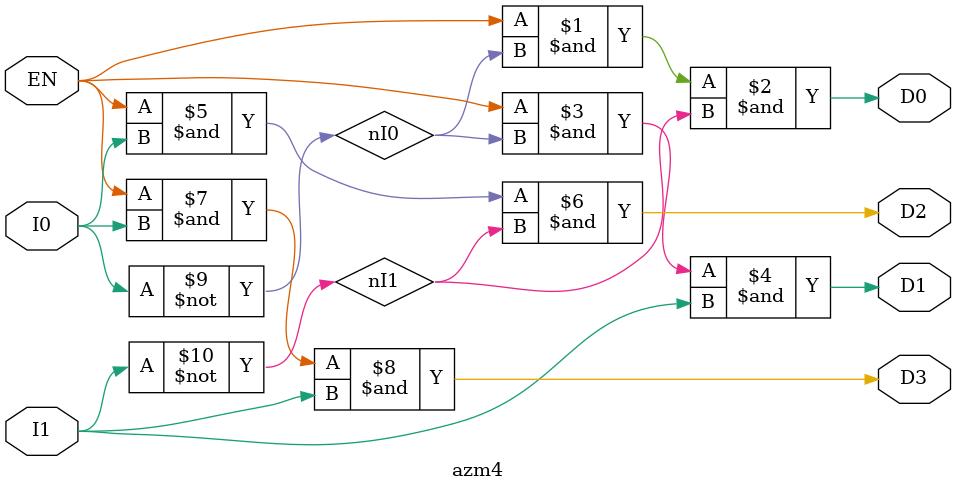
<source format=v>
`timescale 1ns / 1ps
module azm4(
    input EN,
	 input I0,
	 input I1,
	 output D0,
	 output D1,
	 output D2,
    output D3
    );

		wire nI0,nI1;
		
		not (nI0,I0);
		not (nI1,I1);
		
		and (D0,EN,nI0,nI1);
		and (D1,EN,nI0,I1);
		and (D2,EN,I0,nI1);
		and (D3,EN,I0,I1);

endmodule

</source>
